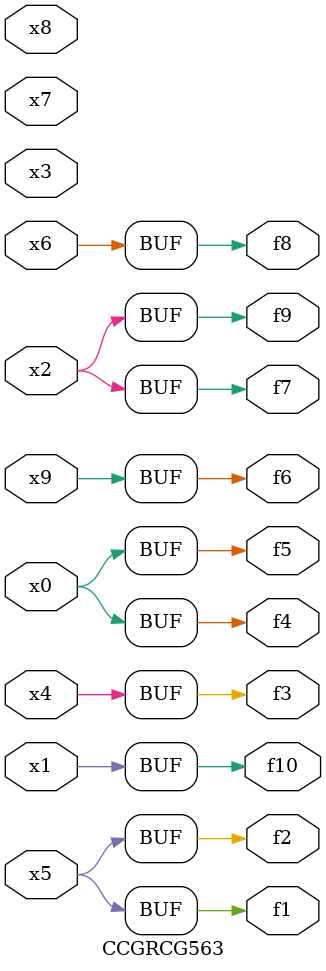
<source format=v>
module CCGRCG563(
	input x0, x1, x2, x3, x4, x5, x6, x7, x8, x9,
	output f1, f2, f3, f4, f5, f6, f7, f8, f9, f10
);
	assign f1 = x5;
	assign f2 = x5;
	assign f3 = x4;
	assign f4 = x0;
	assign f5 = x0;
	assign f6 = x9;
	assign f7 = x2;
	assign f8 = x6;
	assign f9 = x2;
	assign f10 = x1;
endmodule

</source>
